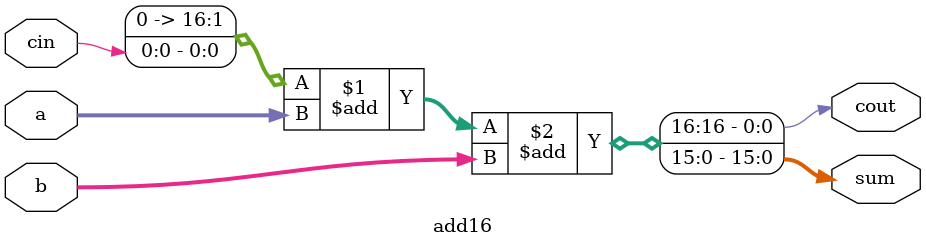
<source format=v>
module top_module(
    input [31:0] a,
    input [31:0] b,
    output [31:0] sum
);

    wire [15:0] buff_sum_0, buff_sum_1;
    wire buff_cout;
    
    add16 instance_0 ( .a(a[15:0]), .b(b[15:0]), .cin(1'b0), .cout(buff_cout), .sum(sum[15:0]) );
    
    add16 instance_1 ( .a(a[31:16]), .b(b[31:16]), .cin(1'b0), .cout(), .sum(buff_sum_0) );
    add16 instance_2 ( .a(a[31:16]), .b(b[31:16]), .cin(1'b1), .cout(), .sum(buff_sum_1) );
    
    assign sum[31:16] = buff_cout ? buff_sum_1 : buff_sum_0;
    
endmodule

module add16(
  input cin,
  input [15:0] a,
  input [15:0] b,
  output cout,
  output [15:0] sum
);

  assign {cout, sum} = {15'b0,cin} + a + b;

endmodule
</source>
